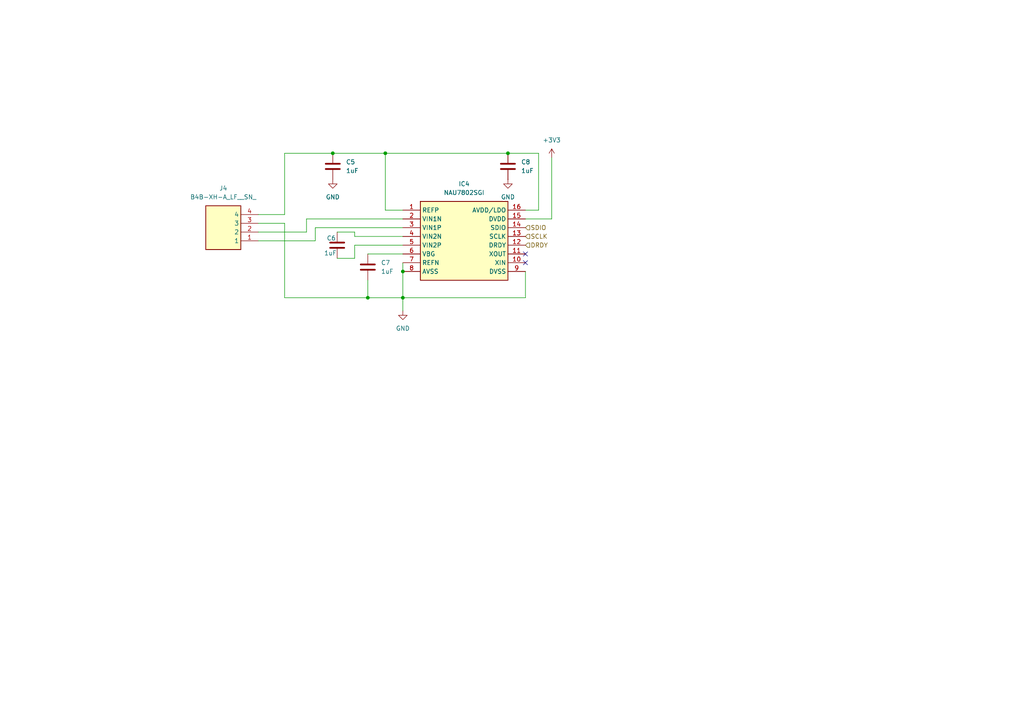
<source format=kicad_sch>
(kicad_sch (version 20250114) (generator "eeschema") (generator_version "9.0")
  (paper "A4")
  (lib_symbols
    (symbol "B4B-XH-A_LF__SN_:B4B-XH-A_LF__SN_"
      (property "Reference" "J" (at 16.51 7.62 0))
      (property "Value" "B4B-XH-A_LF__SN_" (at 16.51 5.08 0))
      (symbol "B4B-XH-A_LF__SN__1_1"
        (rectangle (start 5.08 2.54) (end 15.24 -10.16) (stroke (width 0.254)) (fill (type background)))
        (pin passive line (at 0 0 0) (length 5.08) (name "1") (number "1"))
        (pin passive line (at 0 -2.54 0) (length 5.08) (name "2") (number "2"))
        (pin passive line (at 0 -5.08 0) (length 5.08) (name "3") (number "3"))
        (pin passive line (at 0 -7.62 0) (length 5.08) (name "4") (number "4"))
      )
    )
    (symbol "Device:C" (pin_numbers (hide yes)) (pin_names (offset 0.254))
      (property "Reference" "C" (at 0.635 2.54 0))
      (property "Value" "C" (at 0.635 -2.54 0))
      (symbol "C_0_1"
        (polyline (pts (xy -2.032 0.762) (xy 2.032 0.762)) (stroke (width 0.508)))
        (polyline (pts (xy -2.032 -0.762) (xy 2.032 -0.762)) (stroke (width 0.508)))
      )
      (symbol "C_1_1"
        (pin passive line (at 0 3.81 270) (length 2.794) (name "~") (number "1"))
        (pin passive line (at 0 -3.81 90) (length 2.794) (name "~") (number "2"))
      )
    )
    (symbol "NAU7802SGI:NAU7802SGI"
      (property "Reference" "IC" (at 31.75 7.62 0))
      (property "Value" "NAU7802SGI" (at 31.75 5.08 0))
      (symbol "NAU7802SGI_1_1"
        (rectangle (start 5.08 2.54) (end 30.48 -20.32) (stroke (width 0.254)) (fill (type background)))
        (pin passive line (at 0 0 0) (length 5.08) (name "REFP") (number "1"))
        (pin passive line (at 0 -2.54 0) (length 5.08) (name "VIN1N") (number "2"))
        (pin passive line (at 0 -5.08 0) (length 5.08) (name "VIN1P") (number "3"))
        (pin passive line (at 0 -7.62 0) (length 5.08) (name "VIN2N") (number "4"))
        (pin passive line (at 0 -10.16 0) (length 5.08) (name "VIN2P") (number "5"))
        (pin passive line (at 0 -12.7 0) (length 5.08) (name "VBG") (number "6"))
        (pin passive line (at 0 -15.24 0) (length 5.08) (name "REFN") (number "7"))
        (pin passive line (at 0 -17.78 0) (length 5.08) (name "AVSS") (number "8"))
        (pin passive line (at 35.56 0 180) (length 5.08) (name "AVDD/LDO") (number "16"))
        (pin passive line (at 35.56 -2.54 180) (length 5.08) (name "DVDD") (number "15"))
        (pin passive line (at 35.56 -5.08 180) (length 5.08) (name "SDIO") (number "14"))
        (pin passive line (at 35.56 -7.62 180) (length 5.08) (name "SCLK") (number "13"))
        (pin passive line (at 35.56 -10.16 180) (length 5.08) (name "DRDY") (number "12"))
        (pin passive line (at 35.56 -12.7 180) (length 5.08) (name "XOUT") (number "11"))
        (pin passive line (at 35.56 -15.24 180) (length 5.08) (name "XIN") (number "10"))
        (pin passive line (at 35.56 -17.78 180) (length 5.08) (name "DVSS") (number "9"))
      )
    )
    (symbol "power:+3V3" (power) (pin_numbers (hide yes)) (pin_names (offset 0) (hide yes))
      (property "Value" "+3V3" (at 0 3.556 0))
      (symbol "+3V3_0_1"
        (polyline (pts (xy -0.762 1.27) (xy 0 2.54)))
        (polyline (pts (xy 0 2.54) (xy 0.762 1.27)))
        (polyline (pts (xy 0 0) (xy 0 2.54)))
      )
      (symbol "+3V3_1_1"
        (pin power_in line (at 0 0 90) (length 0) (name "~") (number "1"))
      )
    )
    (symbol "power:GND" (power) (pin_numbers (hide yes)) (pin_names (offset 0) (hide yes))
      (property "Value" "GND" (at 0 -3.81 0))
      (symbol "GND_0_1"
        (polyline (pts (xy 0 0) (xy 0 -1.27) (xy 1.27 -1.27) (xy 0 -2.54) (xy -1.27 -1.27) (xy 0 -1.27)))
      )
      (symbol "GND_1_1"
        (pin power_in line (at 0 0 270) (length 0) (name "~") (number "1"))
      )
    )
  )
  (junction (at 106.68 86.36))
  (junction (at 111.76 44.45))
  (junction (at 147.32 44.45))
  (junction (at 96.52 44.45))
  (junction (at 116.84 78.74))
  (junction (at 116.84 86.36))
  (no_connect (at 152.4 76.2))
  (no_connect (at 152.4 73.66))
  (wire (pts (xy 102.87 68.58) (xy 102.87 67.31)))
  (wire (pts (xy 111.76 60.96) (xy 111.76 44.45)))
  (wire (pts (xy 96.52 44.45) (xy 111.76 44.45)))
  (wire (pts (xy 82.55 62.23) (xy 82.55 44.45)))
  (wire (pts (xy 102.87 71.12) (xy 116.84 71.12)))
  (wire (pts (xy 152.4 63.5) (xy 160.02 63.5)))
  (wire (pts (xy 111.76 44.45) (xy 147.32 44.45)))
  (wire (pts (xy 74.93 62.23) (xy 82.55 62.23)))
  (wire (pts (xy 116.84 78.74) (xy 116.84 86.36)))
  (wire (pts (xy 160.02 63.5) (xy 160.02 45.72)))
  (wire (pts (xy 91.44 66.04) (xy 116.84 66.04)))
  (wire (pts (xy 116.84 63.5) (xy 88.9 63.5)))
  (wire (pts (xy 116.84 60.96) (xy 111.76 60.96)))
  (wire (pts (xy 88.9 67.31) (xy 74.93 67.31)))
  (wire (pts (xy 97.79 74.93) (xy 102.87 74.93)))
  (wire (pts (xy 88.9 63.5) (xy 88.9 67.31)))
  (wire (pts (xy 106.68 73.66) (xy 116.84 73.66)))
  (wire (pts (xy 116.84 68.58) (xy 102.87 68.58)))
  (wire (pts (xy 106.68 81.28) (xy 106.68 86.36)))
  (wire (pts (xy 116.84 86.36) (xy 106.68 86.36)))
  (wire (pts (xy 116.84 76.2) (xy 116.84 78.74)))
  (wire (pts (xy 147.32 44.45) (xy 156.21 44.45)))
  (wire (pts (xy 106.68 86.36) (xy 82.55 86.36)))
  (wire (pts (xy 97.79 67.31) (xy 102.87 67.31)))
  (wire (pts (xy 102.87 74.93) (xy 102.87 71.12)))
  (wire (pts (xy 152.4 78.74) (xy 152.4 86.36)))
  (wire (pts (xy 156.21 44.45) (xy 156.21 60.96)))
  (wire (pts (xy 116.84 86.36) (xy 116.84 90.17)))
  (wire (pts (xy 156.21 60.96) (xy 152.4 60.96)))
  (wire (pts (xy 82.55 86.36) (xy 82.55 64.77)))
  (wire (pts (xy 82.55 64.77) (xy 74.93 64.77)))
  (wire (pts (xy 91.44 69.85) (xy 91.44 66.04)))
  (wire (pts (xy 82.55 44.45) (xy 96.52 44.45)))
  (wire (pts (xy 74.93 69.85) (xy 91.44 69.85)))
  (wire (pts (xy 152.4 86.36) (xy 116.84 86.36)))
  (hierarchical_label "SDIO" (shape input) (at 152.4 66.04 0))
  (hierarchical_label "SCLK" (shape input) (at 152.4 68.58 0))
  (hierarchical_label "DRDY" (shape input) (at 152.4 71.12 0))
  (symbol (lib_id "Device:C") (at 96.52 48.26 0) (unit 1)
    (property "Reference" "C5" (at 100.33 46.9899 0) (effects (justify left)))
    (property "Value" "1uF" (at 100.33 49.5299 0) (effects (justify left)))
    (property "Footprint" "Capacitor_SMD:C_0402_1005Metric" (effects (hide yes)))
    (property "Description" "Unpolarized capacitor" (effects (hide yes)))
  )
  (symbol (lib_id "NAU7802SGI:NAU7802SGI") (at 116.84 60.96 0) (unit 1)
    (property "Reference" "IC4" (at 134.62 53.34 0))
    (property "Value" "NAU7802SGI" (at 134.62 55.88 0))
    (property "Footprint" "SOIC127P600X175-16N" (effects (hide yes)))
    (property "Datasheet" "https://www.nuvoton.com/resource-files/NAU7802%20Data%20Sheet%20V1.7.pdf" (effects (hide yes)))
    (property "Description" "24 Bit Analog to Digital Converter 2 Input 1 Sigma-Delta 16-SOP" (effects (hide yes)))
    (property "Height" "1.75" (effects (hide yes)))
    (property "Manufacturer_Name" "Nuvoton" (effects (hide yes)))
    (property "Manufacturer_Part_Number" "NAU7802SGI" (effects (hide yes)))
  )
  (symbol (lib_id "Device:C") (at 147.32 48.26 0) (unit 1)
    (property "Reference" "C8" (at 151.13 46.9899 0) (effects (justify left)))
    (property "Value" "1uF" (at 151.13 49.5299 0) (effects (justify left)))
    (property "Footprint" "Capacitor_SMD:C_0402_1005Metric" (effects (hide yes)))
    (property "Description" "Unpolarized capacitor" (effects (hide yes)))
  )
  (symbol (lib_id "Device:C") (at 106.68 77.47 0) (unit 1)
    (property "Reference" "C7" (at 110.49 76.1999 0) (effects (justify left)))
    (property "Value" "1uF" (at 110.49 78.7399 0) (effects (justify left)))
    (property "Footprint" "Capacitor_SMD:C_0402_1005Metric" (effects (hide yes)))
    (property "Description" "Unpolarized capacitor" (effects (hide yes)))
  )
  (symbol (lib_id "power:GND") (at 116.84 90.17 0) (unit 1)
    (property "Reference" "#PWR023" (effects (hide yes)))
    (property "Value" "GND" (at 116.84 95.25 0))
    (property "Description" "Power symbol creates a global label with name \"GND\" , ground" (effects (hide yes)))
  )
  (symbol (lib_id "power:GND") (at 147.32 52.07 0) (unit 1)
    (property "Reference" "#PWR024" (effects (hide yes)))
    (property "Value" "GND" (at 147.32 57.15 0))
    (property "Description" "Power symbol creates a global label with name \"GND\" , ground" (effects (hide yes)))
  )
  (symbol (lib_id "Device:C") (at 97.79 71.12 0) (unit 1)
    (property "Reference" "C6" (at 94.742 69.088 0) (effects (justify left)))
    (property "Value" "1uF" (at 93.98 73.406 0) (effects (justify left)))
    (property "Footprint" "Capacitor_SMD:C_0402_1005Metric" (effects (hide yes)))
    (property "Description" "Unpolarized capacitor" (effects (hide yes)))
  )
  (symbol (lib_id "power:GND") (at 96.52 52.07 0) (unit 1)
    (property "Reference" "#PWR022" (effects (hide yes)))
    (property "Value" "GND" (at 96.52 57.15 0))
    (property "Description" "Power symbol creates a global label with name \"GND\" , ground" (effects (hide yes)))
  )
  (symbol (lib_id "power:+3V3") (at 160.02 45.72 0) (unit 1)
    (property "Reference" "#PWR025" (effects (hide yes)))
    (property "Value" "+3V3" (at 160.02 40.64 0))
    (property "Description" "Power symbol creates a global label with name \"+3V3\"" (effects (hide yes)))
  )
  (symbol (lib_id "B4B-XH-A_LF__SN_:B4B-XH-A_LF__SN_") (at 74.93 69.85 180) (unit 1)
    (property "Reference" "J4" (at 64.77 54.61 0))
    (property "Value" "B4B-XH-A_LF__SN_" (at 64.77 57.15 0))
    (property "Footprint" "Library:B4BXHALFSN" (effects (hide yes)))
    (property "Datasheet" "https://datasheet.lcsc.com/szlcsc/JST-Sales-America-B4B-XH-A-LF-SN_C144395.pdf" (effects (hide yes)))
    (property "Description" "CONN HEADER VERT 4POS 2.5MM" (effects (hide yes)))
    (property "Height" "7" (effects (hide yes)))
    (property "Mouser Part Number" "306-B4BXHALFSN" (effects (hide yes)))
    (property "Mouser Price/Stock" "https://www.mouser.co.uk/ProductDetail/JST-Commercial/B4B-XH-ALFSN?qs=cdbOS8ANM9CfC08d%252BywhFw%3D%3D" (effects (hide yes)))
    (property "Manufacturer_Name" "JST (JAPAN SOLDERLESS TERMINALS)" (effects (hide yes)))
    (property "Manufacturer_Part_Number" "B4B-XH-A(LF)(SN)" (effects (hide yes)))
  )
)
</source>
